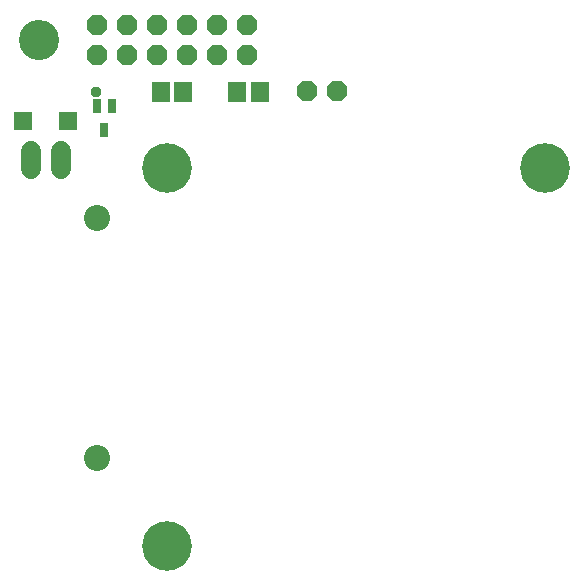
<source format=gbr>
G04 EAGLE Gerber RS-274X export*
G75*
%MOMM*%
%FSLAX34Y34*%
%LPD*%
%INSoldermask Top*%
%IPPOS*%
%AMOC8*
5,1,8,0,0,1.08239X$1,22.5*%
G01*
%ADD10C,3.403200*%
%ADD11C,4.203200*%
%ADD12C,2.203200*%
%ADD13P,1.869504X8X22.500000*%
%ADD14C,1.727200*%
%ADD15R,1.503200X1.703200*%
%ADD16R,1.603200X1.603200*%
%ADD17R,0.703200X1.203200*%
%ADD18P,1.869504X8X292.500000*%
%ADD19C,0.959600*%


D10*
X27500Y468630D03*
D11*
X136000Y360000D03*
X136000Y40000D03*
X456000Y360000D03*
D12*
X76200Y114300D03*
X76200Y317500D03*
D13*
X76200Y455930D03*
X76200Y481330D03*
X101600Y455930D03*
X101600Y481330D03*
X127000Y455930D03*
X127000Y481330D03*
X152400Y455930D03*
X152400Y481330D03*
X177800Y455930D03*
X177800Y481330D03*
X203200Y455930D03*
X203200Y481330D03*
D14*
X20320Y374650D02*
X20320Y359410D01*
X45720Y359410D02*
X45720Y374650D01*
D15*
X194970Y424180D03*
X213970Y424180D03*
X130200Y424180D03*
X149200Y424180D03*
D16*
X14020Y400050D03*
X52020Y400050D03*
D17*
X89050Y412590D03*
X76050Y412590D03*
X82550Y392590D03*
D18*
X279400Y425450D03*
X254000Y425450D03*
D19*
X75700Y424180D03*
M02*

</source>
